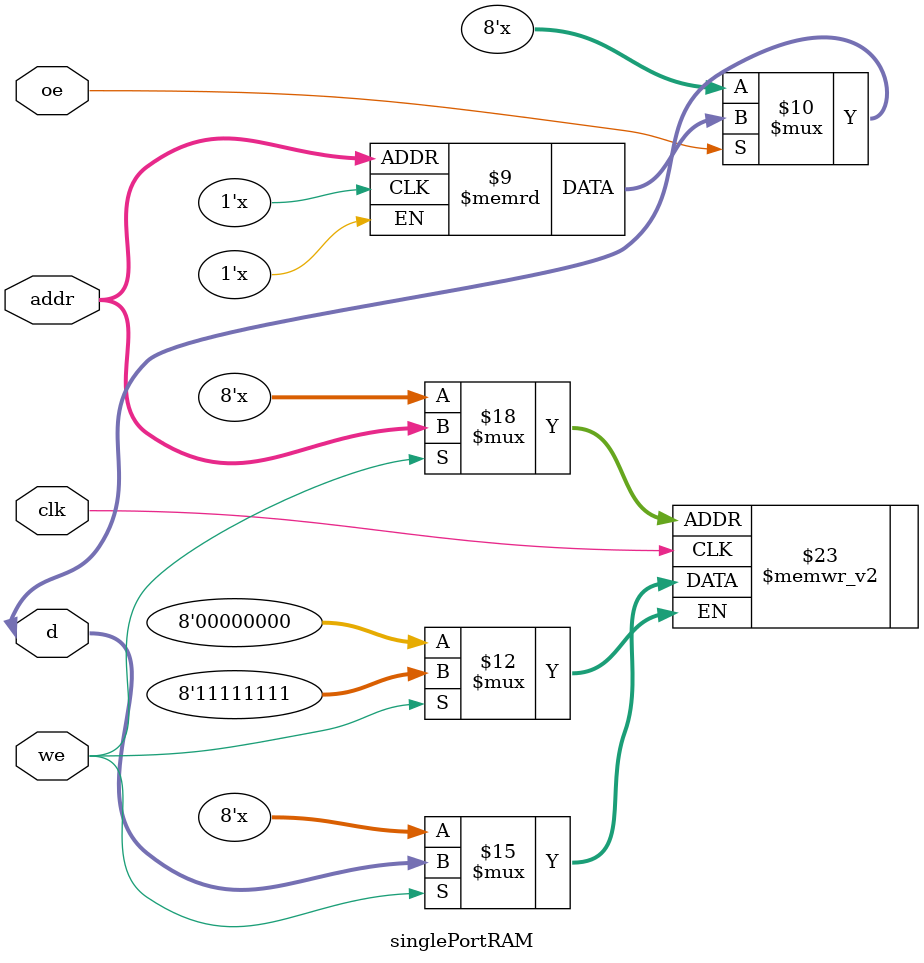
<source format=v>
`timescale 1ns / 1ps


module singlePortRAM(
    inout [7:0] d,
    input [7:0] addr,
    input oe,
    input we,
    input clk
    );
    
    reg [7:0] mem [255:0];
    always @(posedge clk)
        if(we)
            mem[addr] <= d;
    
    assign d = oe ? mem[addr] : 8'bZ;
endmodule

</source>
